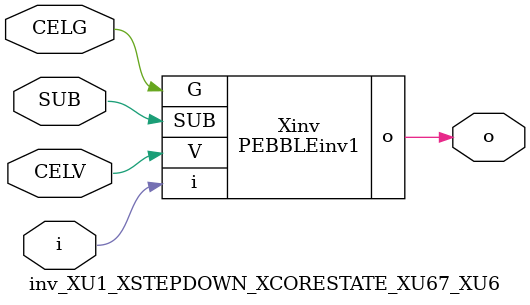
<source format=v>



module PEBBLEinv1 ( o, G, SUB, V, i );

  input V;
  input i;
  input G;
  output o;
  input SUB;
endmodule

//Celera Confidential Do Not Copy inv_XU1_XSTEPDOWN_XCORESTATE_XU67_XU6
//Celera Confidential Symbol Generator
//5V Inverter
module inv_XU1_XSTEPDOWN_XCORESTATE_XU67_XU6 (CELV,CELG,i,o,SUB);
input CELV;
input CELG;
input i;
input SUB;
output o;

//Celera Confidential Do Not Copy inv
PEBBLEinv1 Xinv(
.V (CELV),
.i (i),
.o (o),
.SUB (SUB),
.G (CELG)
);
//,diesize,PEBBLEinv1

//Celera Confidential Do Not Copy Module End
//Celera Schematic Generator
endmodule

</source>
